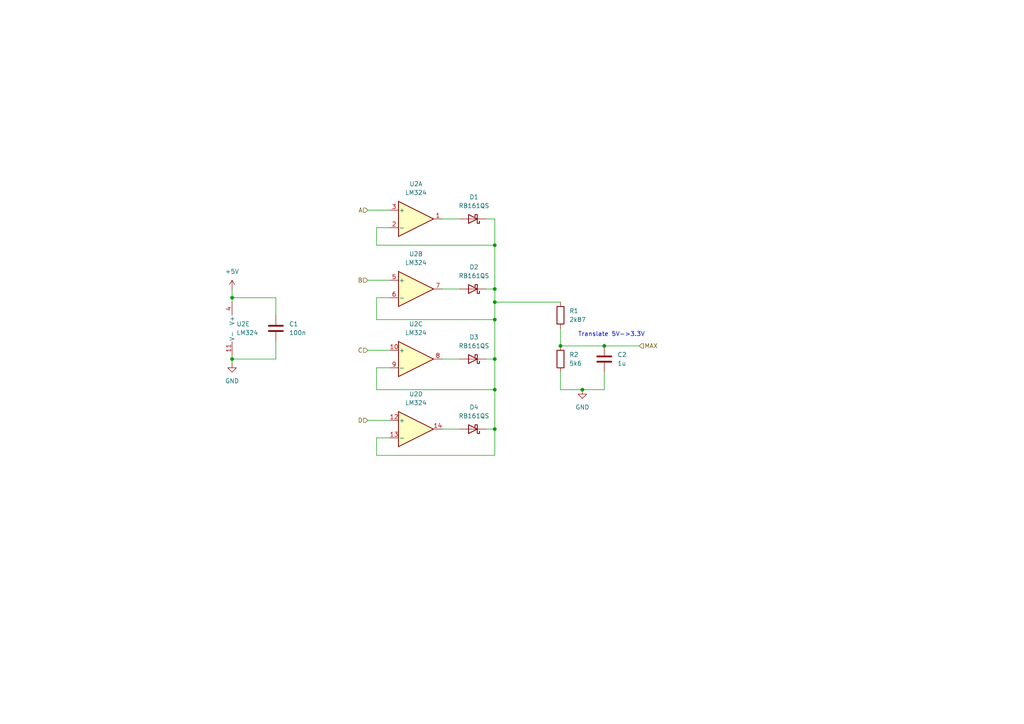
<source format=kicad_sch>
(kicad_sch (version 20230121) (generator eeschema)
  (paper "A4")
  (lib_symbols
    (symbol "Amplifier_Operational:LM324" (pin_names (offset 0.127))
      (property "Reference" "U" (at 0 5.08 0))
      (property "Value" "LM324" (at 0 -5.08 0))
      (symbol "LM324_1_1"
        (polyline (pts (xy -5.08 5.08) (xy 5.08 0) (xy -5.08 -5.08) (xy -5.08 5.08)) (stroke (width 0.254)) (fill (type background)))
        (pin output line (at 7.62 0 180) (length 2.54) (name "~") (number "1"))
        (pin input line (at -7.62 -2.54 0) (length 2.54) (name "-") (number "2"))
        (pin input line (at -7.62 2.54 0) (length 2.54) (name "+") (number "3"))
      )
      (symbol "LM324_2_1"
        (polyline (pts (xy -5.08 5.08) (xy 5.08 0) (xy -5.08 -5.08) (xy -5.08 5.08)) (stroke (width 0.254)) (fill (type background)))
        (pin input line (at -7.62 2.54 0) (length 2.54) (name "+") (number "5"))
        (pin input line (at -7.62 -2.54 0) (length 2.54) (name "-") (number "6"))
        (pin output line (at 7.62 0 180) (length 2.54) (name "~") (number "7"))
      )
      (symbol "LM324_3_1"
        (polyline (pts (xy -5.08 5.08) (xy 5.08 0) (xy -5.08 -5.08) (xy -5.08 5.08)) (stroke (width 0.254)) (fill (type background)))
        (pin input line (at -7.62 2.54 0) (length 2.54) (name "+") (number "10"))
        (pin output line (at 7.62 0 180) (length 2.54) (name "~") (number "8"))
        (pin input line (at -7.62 -2.54 0) (length 2.54) (name "-") (number "9"))
      )
      (symbol "LM324_4_1"
        (polyline (pts (xy -5.08 5.08) (xy 5.08 0) (xy -5.08 -5.08) (xy -5.08 5.08)) (stroke (width 0.254)) (fill (type background)))
        (pin input line (at -7.62 2.54 0) (length 2.54) (name "+") (number "12"))
        (pin input line (at -7.62 -2.54 0) (length 2.54) (name "-") (number "13"))
        (pin output line (at 7.62 0 180) (length 2.54) (name "~") (number "14"))
      )
      (symbol "LM324_5_1"
        (pin power_in line (at -2.54 -7.62 90) (length 3.81) (name "V-") (number "11"))
        (pin power_in line (at -2.54 7.62 270) (length 3.81) (name "V+") (number "4"))
      )
    )
    (symbol "Device:C" (pin_numbers hide) (pin_names (offset 0.254))
      (property "Reference" "C" (at 0.635 2.54 0))
      (property "Value" "C" (at 0.635 -2.54 0))
      (symbol "C_0_1"
        (polyline (pts (xy -2.032 -0.762) (xy 2.032 -0.762)) (stroke (width 0.508)))
        (polyline (pts (xy -2.032 0.762) (xy 2.032 0.762)) (stroke (width 0.508)))
      )
      (symbol "C_1_1"
        (pin passive line (at 0 3.81 270) (length 2.794) (name "~") (number "1"))
        (pin passive line (at 0 -3.81 90) (length 2.794) (name "~") (number "2"))
      )
    )
    (symbol "Device:D_Schottky" (pin_numbers hide) (pin_names (offset 1.016) hide)
      (property "Reference" "D" (at 0 2.54 0))
      (property "Value" "D_Schottky" (at 0 -2.54 0))
      (symbol "D_Schottky_0_1"
        (polyline (pts (xy 1.27 0) (xy -1.27 0)))
        (polyline (pts (xy 1.27 1.27) (xy 1.27 -1.27) (xy -1.27 0) (xy 1.27 1.27)) (stroke (width 0.254)))
        (polyline (pts (xy -1.905 0.635) (xy -1.905 1.27) (xy -1.27 1.27) (xy -1.27 -1.27) (xy -0.635 -1.27) (xy -0.635 -0.635)) (stroke (width 0.254)))
      )
      (symbol "D_Schottky_1_1"
        (pin passive line (at -3.81 0 0) (length 2.54) (name "K") (number "1"))
        (pin passive line (at 3.81 0 180) (length 2.54) (name "A") (number "2"))
      )
    )
    (symbol "Device:R" (pin_numbers hide) (pin_names (offset 0))
      (property "Reference" "R" (at 2.032 0 90))
      (property "Value" "R" (at 0 0 90))
      (symbol "R_0_1"
        (rectangle (start -1.016 -2.54) (end 1.016 2.54) (stroke (width 0.254)))
      )
      (symbol "R_1_1"
        (pin passive line (at 0 3.81 270) (length 1.27) (name "~") (number "1"))
        (pin passive line (at 0 -3.81 90) (length 1.27) (name "~") (number "2"))
      )
    )
    (symbol "power:+5V" (power) (pin_names (offset 0))
      (property "Value" "+5V" (at 0 3.556 0))
      (symbol "+5V_0_1"
        (polyline (pts (xy -0.762 1.27) (xy 0 2.54)))
        (polyline (pts (xy 0 0) (xy 0 2.54)))
        (polyline (pts (xy 0 2.54) (xy 0.762 1.27)))
      )
      (symbol "+5V_1_1"
        (pin power_in line (at 0 0 90) (length 0) hide (name "+5V") (number "1"))
      )
    )
    (symbol "power:GND" (power) (pin_names (offset 0))
      (property "Value" "GND" (at 0 -3.81 0))
      (symbol "GND_0_1"
        (polyline (pts (xy 0 0) (xy 0 -1.27) (xy 1.27 -1.27) (xy 0 -2.54) (xy -1.27 -1.27) (xy 0 -1.27)))
      )
      (symbol "GND_1_1"
        (pin power_in line (at 0 0 270) (length 0) hide (name "GND") (number "1"))
      )
    )
  )
  (junction (at 143.51 92.71))
  (junction (at 67.31 86.36))
  (junction (at 143.51 124.46))
  (junction (at 143.51 87.63))
  (junction (at 67.31 104.14))
  (junction (at 175.26 100.33))
  (junction (at 143.51 71.12))
  (junction (at 143.51 104.14))
  (junction (at 162.56 100.33))
  (junction (at 143.51 113.03))
  (junction (at 143.51 83.82))
  (junction (at 168.91 113.03))
  (wire (pts (xy 113.03 106.68) (xy 109.22 106.68)))
  (wire (pts (xy 109.22 106.68) (xy 109.22 113.03)))
  (wire (pts (xy 143.51 63.5) (xy 140.97 63.5)))
  (wire (pts (xy 175.26 100.33) (xy 185.42 100.33)))
  (wire (pts (xy 162.56 100.33) (xy 175.26 100.33)))
  (wire (pts (xy 67.31 104.14) (xy 67.31 105.41)))
  (wire (pts (xy 80.01 86.36) (xy 67.31 86.36)))
  (wire (pts (xy 162.56 95.25) (xy 162.56 100.33)))
  (wire (pts (xy 128.27 63.5) (xy 133.35 63.5)))
  (wire (pts (xy 162.56 107.95) (xy 162.56 113.03)))
  (wire (pts (xy 67.31 83.82) (xy 67.31 86.36)))
  (wire (pts (xy 143.51 83.82) (xy 140.97 83.82)))
  (wire (pts (xy 109.22 92.71) (xy 143.51 92.71)))
  (wire (pts (xy 143.51 113.03) (xy 143.51 104.14)))
  (wire (pts (xy 175.26 113.03) (xy 175.26 107.95)))
  (wire (pts (xy 80.01 104.14) (xy 67.31 104.14)))
  (wire (pts (xy 109.22 127) (xy 109.22 132.08)))
  (wire (pts (xy 106.68 60.96) (xy 113.03 60.96)))
  (wire (pts (xy 143.51 104.14) (xy 140.97 104.14)))
  (wire (pts (xy 106.68 121.92) (xy 113.03 121.92)))
  (wire (pts (xy 109.22 71.12) (xy 143.51 71.12)))
  (wire (pts (xy 143.51 92.71) (xy 143.51 87.63)))
  (wire (pts (xy 143.51 71.12) (xy 143.51 63.5)))
  (wire (pts (xy 128.27 124.46) (xy 133.35 124.46)))
  (wire (pts (xy 143.51 132.08) (xy 143.51 124.46)))
  (wire (pts (xy 113.03 127) (xy 109.22 127)))
  (wire (pts (xy 143.51 92.71) (xy 143.51 104.14)))
  (wire (pts (xy 162.56 113.03) (xy 168.91 113.03)))
  (wire (pts (xy 143.51 87.63) (xy 162.56 87.63)))
  (wire (pts (xy 168.91 113.03) (xy 175.26 113.03)))
  (wire (pts (xy 80.01 91.44) (xy 80.01 86.36)))
  (wire (pts (xy 109.22 132.08) (xy 143.51 132.08)))
  (wire (pts (xy 128.27 104.14) (xy 133.35 104.14)))
  (wire (pts (xy 106.68 101.6) (xy 113.03 101.6)))
  (wire (pts (xy 80.01 99.06) (xy 80.01 104.14)))
  (wire (pts (xy 143.51 124.46) (xy 140.97 124.46)))
  (wire (pts (xy 143.51 87.63) (xy 143.51 83.82)))
  (wire (pts (xy 113.03 86.36) (xy 109.22 86.36)))
  (wire (pts (xy 106.68 81.28) (xy 113.03 81.28)))
  (wire (pts (xy 143.51 71.12) (xy 143.51 83.82)))
  (wire (pts (xy 143.51 113.03) (xy 143.51 124.46)))
  (wire (pts (xy 67.31 102.87) (xy 67.31 104.14)))
  (wire (pts (xy 113.03 66.04) (xy 109.22 66.04)))
  (wire (pts (xy 128.27 83.82) (xy 133.35 83.82)))
  (wire (pts (xy 109.22 66.04) (xy 109.22 71.12)))
  (wire (pts (xy 109.22 86.36) (xy 109.22 92.71)))
  (wire (pts (xy 109.22 113.03) (xy 143.51 113.03)))
  (wire (pts (xy 67.31 86.36) (xy 67.31 87.63)))
  (text "Translate 5V->3.3V" (at 167.64 97.79 0) (effects (font (size 1.27 1.27)) (justify left bottom)))
  (hierarchical_label "C" (shape input) (at 106.68 101.6 180))
  (hierarchical_label "D" (shape input) (at 106.68 121.92 180))
  (hierarchical_label "A" (shape input) (at 106.68 60.96 180))
  (hierarchical_label "B" (shape input) (at 106.68 81.28 180))
  (hierarchical_label "MAX" (shape input) (at 185.42 100.33 0))
  (symbol (lib_id "Device:R") (at 162.56 91.44 0) (unit 1)
    (property "Reference" "R1" (at 165.1 90.17 0) (effects (justify left)))
    (property "Value" "2k87" (at 165.1 92.71 0) (effects (justify left)))
    (property "Footprint" "Resistor_SMD:R_0805_2012Metric" (effects hide))
  )
  (symbol (lib_id "Amplifier_Operational:LM324") (at 120.65 83.82 0) (unit 2)
    (property "Reference" "U2" (at 120.65 73.66 0))
    (property "Value" "LM324" (at 120.65 76.2 0))
    (property "Footprint" "Package_SO:TSSOP-14_4.4x5mm_P0.65mm" (effects hide))
    (property "Datasheet" "http://www.ti.com/lit/ds/symlink/lm2902-n.pdf" (effects hide))
  )
  (symbol (lib_id "Device:C") (at 80.01 95.25 0) (unit 1)
    (property "Reference" "C1" (at 83.82 93.98 0) (effects (justify left)))
    (property "Value" "100n" (at 83.82 96.52 0) (effects (justify left)))
    (property "Footprint" "Capacitor_SMD:C_0805_2012Metric" (effects hide))
  )
  (symbol (lib_id "Device:D_Schottky") (at 137.16 104.14 180) (unit 1)
    (property "Reference" "D3" (at 137.4775 97.79 0))
    (property "Value" "RB161QS" (at 137.4775 100.33 0))
    (property "Footprint" "GigaVescLibs:SOD882D" (effects hide))
  )
  (symbol (lib_id "Amplifier_Operational:LM324") (at 120.65 124.46 0) (unit 4)
    (property "Reference" "U2" (at 120.65 114.3 0))
    (property "Value" "LM324" (at 120.65 116.84 0))
    (property "Footprint" "Package_SO:TSSOP-14_4.4x5mm_P0.65mm" (effects hide))
    (property "Datasheet" "http://www.ti.com/lit/ds/symlink/lm2902-n.pdf" (effects hide))
  )
  (symbol (lib_id "Device:D_Schottky") (at 137.16 83.82 180) (unit 1)
    (property "Reference" "D2" (at 137.4775 77.47 0))
    (property "Value" "RB161QS" (at 137.4775 80.01 0))
    (property "Footprint" "GigaVescLibs:SOD882D" (effects hide))
  )
  (symbol (lib_id "Amplifier_Operational:LM324") (at 120.65 104.14 0) (unit 3)
    (property "Reference" "U2" (at 120.65 93.98 0))
    (property "Value" "LM324" (at 120.65 96.52 0))
    (property "Footprint" "Package_SO:TSSOP-14_4.4x5mm_P0.65mm" (effects hide))
    (property "Datasheet" "http://www.ti.com/lit/ds/symlink/lm2902-n.pdf" (effects hide))
  )
  (symbol (lib_id "power:GND") (at 67.31 105.41 0) (unit 1)
    (property "Reference" "#PWR02" (effects hide))
    (property "Value" "GND" (at 67.31 110.49 0))
  )
  (symbol (lib_id "power:GND") (at 168.91 113.03 0) (unit 1)
    (property "Reference" "#PWR03" (effects hide))
    (property "Value" "GND" (at 168.91 118.11 0))
  )
  (symbol (lib_id "Amplifier_Operational:LM324") (at 120.65 63.5 0) (unit 1)
    (property "Reference" "U2" (at 120.65 53.34 0))
    (property "Value" "LM324" (at 120.65 55.88 0))
    (property "Footprint" "Package_SO:TSSOP-14_4.4x5mm_P0.65mm" (effects hide))
    (property "Datasheet" "http://www.ti.com/lit/ds/symlink/lm2902-n.pdf" (effects hide))
  )
  (symbol (lib_id "power:+5V") (at 67.31 83.82 0) (unit 1)
    (property "Reference" "#PWR01" (effects hide))
    (property "Value" "+5V" (at 67.31 78.74 0))
  )
  (symbol (lib_id "Amplifier_Operational:LM324") (at 69.85 95.25 0) (unit 5)
    (property "Reference" "U2" (at 68.58 93.98 0) (effects (justify left)))
    (property "Value" "LM324" (at 68.58 96.52 0) (effects (justify left)))
    (property "Footprint" "Package_SO:TSSOP-14_4.4x5mm_P0.65mm" (effects hide))
    (property "Datasheet" "http://www.ti.com/lit/ds/symlink/lm2902-n.pdf" (effects hide))
  )
  (symbol (lib_id "Device:D_Schottky") (at 137.16 63.5 180) (unit 1)
    (property "Reference" "D1" (at 137.4775 57.15 0))
    (property "Value" "RB161QS" (at 137.4775 59.69 0))
    (property "Footprint" "GigaVescLibs:SOD882D" (effects hide))
  )
  (symbol (lib_id "Device:D_Schottky") (at 137.16 124.46 180) (unit 1)
    (property "Reference" "D4" (at 137.4775 118.11 0))
    (property "Value" "RB161QS" (at 137.4775 120.65 0))
    (property "Footprint" "GigaVescLibs:SOD882D" (effects hide))
  )
  (symbol (lib_id "Device:R") (at 162.56 104.14 0) (unit 1)
    (property "Reference" "R2" (at 165.1 102.87 0) (effects (justify left)))
    (property "Value" "5k6" (at 165.1 105.41 0) (effects (justify left)))
    (property "Footprint" "Resistor_SMD:R_0805_2012Metric" (effects hide))
  )
  (symbol (lib_id "Device:C") (at 175.26 104.14 0) (unit 1)
    (property "Reference" "C2" (at 179.07 102.87 0) (effects (justify left)))
    (property "Value" "1u" (at 179.07 105.41 0) (effects (justify left)))
    (property "Footprint" "Capacitor_SMD:C_0805_2012Metric" (effects hide))
  )
)
</source>
